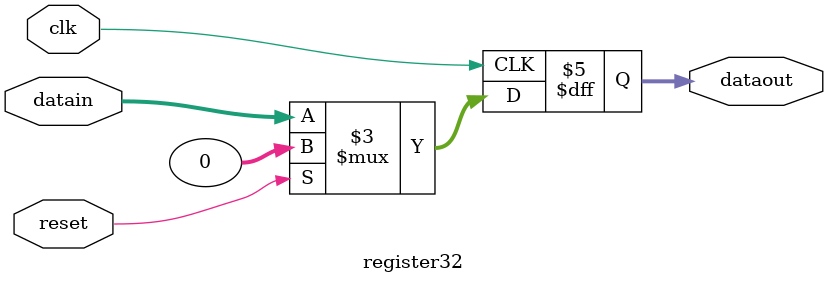
<source format=v>
module register32 (input [31:0] datain, input clk, reset, output reg[31:0] dataout);
    always@(posedge clk) begin
        if(reset) dataout <= 0;
        else dataout <= datain;
    end
endmodule
</source>
